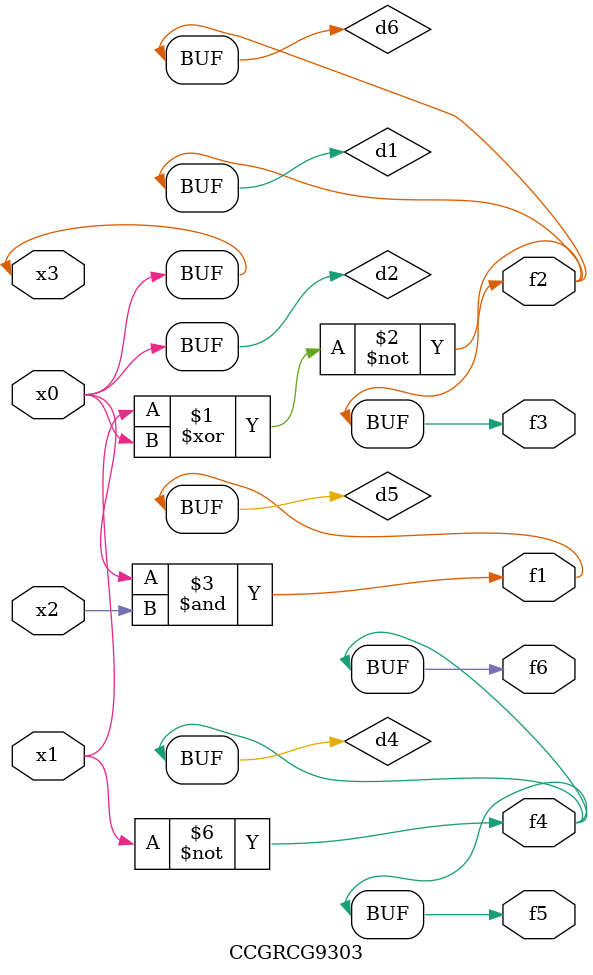
<source format=v>
module CCGRCG9303(
	input x0, x1, x2, x3,
	output f1, f2, f3, f4, f5, f6
);

	wire d1, d2, d3, d4, d5, d6;

	xnor (d1, x1, x3);
	buf (d2, x0, x3);
	nand (d3, x0, x2);
	not (d4, x1);
	nand (d5, d3);
	or (d6, d1);
	assign f1 = d5;
	assign f2 = d6;
	assign f3 = d6;
	assign f4 = d4;
	assign f5 = d4;
	assign f6 = d4;
endmodule

</source>
